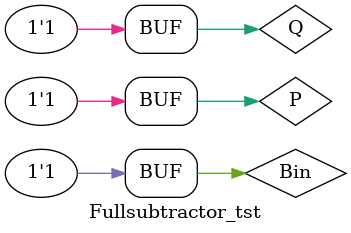
<source format=v>
`timescale 1ns / 1ps


module Fullsubtractor_tst;

	// Inputs
	reg P;
	reg Q;
	reg Bin;

	// Outputs
	wire D;
	wire Bout;

	// Instantiate the Unit Under Test (UUT)
	FullsubtractorD uut (
		.D(D), 
		.Bout(Bout), 
		.P(P), 
		.Q(Q), 
		.Bin(Bin)
	);

	initial begin
		// Initialize Inputs
		P = 0;
		Q = 0;
		Bin = 0;

		// Wait 100 ns for global reset to finish
		#100;
		P = 0;Q = 0;Bin = 1;
		#100;
		P = 0;Q = 1;Bin = 0;
		#100;
		P = 0;Q = 1;Bin = 1;
		#100;
		P = 1;Q = 0;Bin = 0;
		#100;
		P = 1;Q = 0;Bin = 1;
		#100;
		P = 1;Q = 1;Bin = 0;
		#100;
		P = 1;Q = 1;Bin = 1;
        
		// Add stimulus here

	end
      
endmodule


</source>
